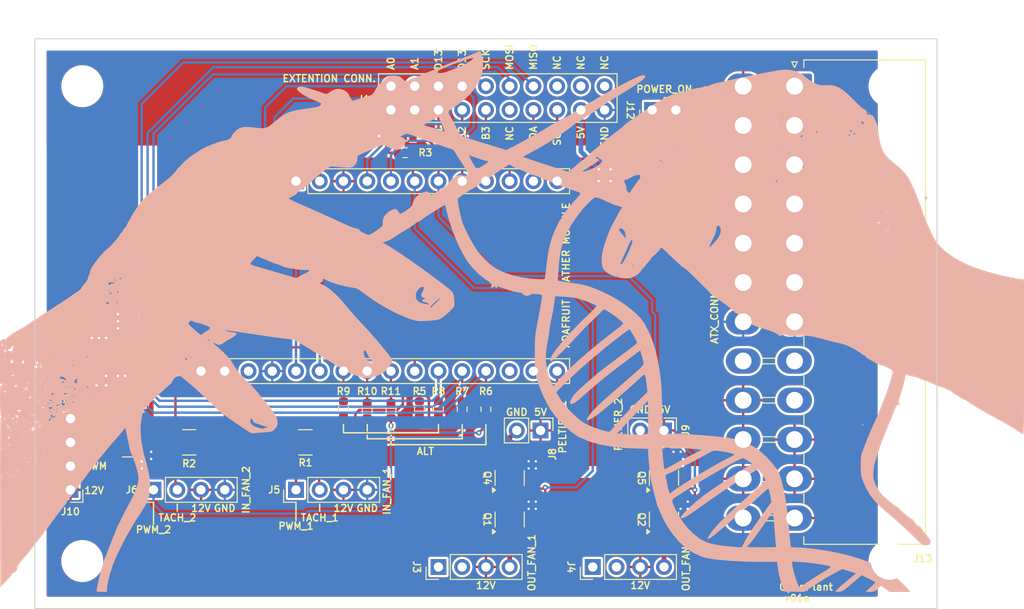
<source format=kicad_pcb>
(kicad_pcb (version 20240108) (generator "pcbnew") (generator_version "8.0")
  (title_block (title "PowerBoard") (date "2024-10-19") (rev "v01a") (company "OpenPlant") (comment 1 "Designed by NN"))
  (layers (0 "F.Cu" signal) (31 "B.Cu" signal) (34 "B.Paste" user) (35 "F.Paste" user) (36 "B.SilkS" user "B.Silkscreen") (37 "F.SilkS" user "F.Silkscreen") (38 "B.Mask" user) (39 "F.Mask" user) (44 "Edge.Cuts" user))
  (net 0 "")
  (net 1 "/TOGGLE_COOL_1")
  (net 2 "/IO13")
  (net 3 "+5V")
  (net 4 "/SCL")
  (net 5 "/BUTTON_2")
  (net 6 "/BUTTON_1")
  (net 8 "/BUTTON_3")
  (net 9 "/TOGGLE_COOL_2")
  (net 10 "/SDA")
  (net 11 "/IO12")
  (net 13 "GND")
  (net 15 "VCC")
  (net 16 "/PWM_FAN_IN_2")
  (net 17 "/MISO")
  (net 18 "/TACH_1")
  (net 19 "/AO")
  (net 20 "Net-(J2-Pin_7)")
  (net 22 "/PWM_FAN_IN_1")
  (net 24 "/PWM_L")
  (net 25 "Net-(J2-Pin_8)")
  (net 26 "/MOSI")
  (net 27 "/TACH_2")
  (net 31 "Net-(J3-Pin_4)")
  (net 32 "+12V")
  (net 34 "Net-(J4-Pin_4)")
  (net 36 "+3V3")
  (net 37 "/SCK")
  (net 38 "Net-(J8-Pin_2)")
  (net 39 "Net-(J9-Pin_2)")
  (net 40 "Net-(J10-Pin_2)")
  (net 41 "Net-(J10-Pin_3)")
  (net 42 "Net-(J10-Pin_4)")
  (net 43 "/PS_ON")
  (net 50 "/A1")
  (net 51 "Net-(J2-Pin_9)")
  (footprint "Resistor_SMD:R_0603_1608Metric" (layer "F.Cu") (at 152.4 62.484 90)
    (property "Reference" "R8")
    (property "Value" "0R")
  )
  (footprint "MountingHole:MountingHole_4mm" (layer "F.Cu") (at 200.66 27.94)
    (property "Reference" "REF**" (hide yes))
    (property "Value" "MountingHole_4mm" (hide yes))
  )
  (footprint "Resistor_SMD:R_1210_3225Metric" (layer "F.Cu") (at 138.176 66.04)
    (property "Reference" "R1")
    (property "Value" "1K")
  )
  (footprint "Package_TO_SOT_SMD:SOT-23-6" (layer "F.Cu") (at 119.38 66.04)
    (property "Reference" "Q6")
    (property "Value" "DMG6402LVT-7")
  )
  (footprint "Package_TO_SOT_SMD:SOT-23-6" (layer "F.Cu") (at 176.53 74.295 90)
    (property "Reference" "Q2")
    (property "Value" "OUT_FAN_2")
  )
  (footprint "MountingHole:MountingHole_4mm" (layer "F.Cu") (at 114.3 27.94)
    (property "Reference" "REF**" (hide yes))
    (property "Value" "MountingHole_4mm" (hide yes))
  )
  (footprint "Connector_PinHeader_2.54mm:PinHeader_1x04_P2.54mm_Vertical" (layer "F.Cu") (at 113.03 71.12 180)
    (property "Reference" "J10")
    (property "Value" "LIGHTS")
  )
  (footprint "Connector_PinSocket_2.54mm:PinSocket_1x16_P2.54mm_Vertical" (layer "F.Cu") (at 127 58.42 90)
    (property "Reference" "J2")
    (property "Value" "Conn_01x16_Socket")
  )
  (footprint "Connector_PinHeader_2.54mm:PinHeader_1x04_P2.54mm_Vertical" (layer "F.Cu") (at 168.91 79.375 90)
    (property "Reference" "J4")
    (property "Value" "OUT_FAN_2")
  )
  (footprint "Resistor_SMD:R_0603_1608Metric" (layer "F.Cu") (at 157.48 62.484 90)
    (property "Reference" "R6")
    (property "Value" "0R")
  )
  (footprint "Resistor_SMD:R_0603_1608Metric" (layer "F.Cu") (at 150.368 62.484 90)
    (property "Reference" "R5")
    (property "Value" "10K")
  )
  (footprint "MountingHole:MountingHole_4mm" (layer "F.Cu") (at 114.3 78.74)
    (property "Reference" "REF**" (hide yes))
    (property "Value" "MountingHole_4mm" (hide yes))
  )
  (footprint "Resistor_SMD:R_0603_1608Metric" (layer "F.Cu") (at 148.844 33.274 180)
    (property "Reference" "R4")
    (property "Value" "10K")
  )
  (footprint "Resistor_SMD:R_0603_1608Metric" (layer "F.Cu") (at 147.32 62.611 90)
    (property "Reference" "R11")
    (property "Value" "0R")
  )
  (footprint "Package_TO_SOT_SMD:SOT-23-6" (layer "F.Cu") (at 119.38 60.96 180)
    (property "Reference" "Q7")
    (property "Value" "DMG6402LVT-7")
  )
  (footprint "Resistor_SMD:R_0603_1608Metric" (layer "F.Cu") (at 148.844 35.052 180)
    (property "Reference" "R3")
    (property "Value" "10K")
  )
  (footprint "Connector_Molex:Molex_Mini-Fit_Jr_5569-24A2_2x12_P4.20mm_Horizontal" (layer "F.Cu") (at 190.5 27.94 -90)
    (property "Reference" "J13")
    (property "Value" "ATX-24")
  )
  (footprint "Connector_PinHeader_2.54mm:PinHeader_1x04_P2.54mm_Vertical" (layer "F.Cu") (at 137.16 71.12 90)
    (property "Reference" "J5")
    (property "Value" "IN_FAN_1")
  )
  (footprint "Package_TO_SOT_SMD:SOT-23-6" (layer "F.Cu") (at 119.38 55.88 180)
    (property "Reference" "Q3")
    (property "Value" "LIGHTS")
  )
  (footprint "Resistor_SMD:R_1210_3225Metric" (layer "F.Cu") (at 125.73 66.04 180)
    (property "Reference" "R2")
    (property "Value" "1K")
  )
  (footprint "Resistor_SMD:R_0603_1608Metric" (layer "F.Cu") (at 144.78 62.611 90)
    (property "Reference" "R10")
    (property "Value" "0R")
  )
  (footprint "Connector_PinHeader_2.54mm:PinHeader_1x02_P2.54mm_Vertical" (layer "F.Cu") (at 176.53 64.77 -90)
    (property "Reference" "J9")
    (property "Value" "PELTIER_2")
  )
  (footprint "Connector_PinSocket_2.54mm:PinSocket_1x12_P2.54mm_Vertical" (layer "F.Cu") (at 137.16 38.1 90)
    (property "Reference" "J1")
    (property "Value" "Conn_01x12_Socket")
  )
  (footprint "Package_TO_SOT_SMD:SOT-23-6" (layer "F.Cu") (at 160.02 74.295 90)
    (property "Reference" "Q1")
    (property "Value" "OUT_FAN_1" (hide yes))
  )
  (footprint "Package_TO_SOT_SMD:SOT-23-6" (layer "F.Cu") (at 160.02 69.85 90)
    (property "Reference" "Q4")
    (property "Value" "PELTIER_1")
  )
  (footprint "Connector_PinHeader_2.54mm:PinHeader_2x10_P2.54mm_Vertical" (layer "F.Cu") (at 147.32 30.48 90)
    (property "Reference" "J11")
    (property "Value" "Conn_02x10_Odd_Even")
  )
  (footprint "Package_TO_SOT_SMD:SOT-23-6" (layer "F.Cu") (at 176.53 69.85 90)
    (property "Reference" "Q5")
    (property "Value" "PELTIER_2")
  )
  (footprint "MountingHole:MountingHole_4mm" (layer "F.Cu") (at 200.66 78.74)
    (property "Reference" "REF**" (hide yes))
    (property "Value" "MountingHole_4mm" (hide yes))
  )
  (footprint "Connector_PinHeader_2.54mm:PinHeader_1x02_P2.54mm_Vertical" (layer "F.Cu") (at 175.26 30.48 90)
    (property "Reference" "J12")
    (property "Value" "Conn_01x02_Pin")
  )
  (footprint "Connector_PinHeader_2.54mm:PinHeader_1x02_P2.54mm_Vertical" (layer "F.Cu") (at 163.322 64.77 -90)
    (property "Reference" "J8")
    (property "Value" "PELTIER_1")
  )
  (footprint "Connector_PinHeader_2.54mm:PinHeader_1x04_P2.54mm_Vertical" (layer "F.Cu") (at 152.4 79.375 90)
    (property "Reference" "J3")
    (property "Value" "OUT_FAN_1")
  )
  (footprint "Resistor_SMD:R_0603_1608Metric" (layer "F.Cu") (at 142.24 62.484 90)
    (property "Reference" "R9")
    (property "Value" "0R")
  )
  (footprint "Resistor_SMD:R_0603_1608Metric" (layer "F.Cu") (at 154.94 62.484 90)
    (property "Reference" "R7")
    (property "Value" "0R")
  )
  (footprint "Connector_PinHeader_2.54mm:PinHeader_1x04_P2.54mm_Vertical" (layer "F.Cu") (at 121.92 71.12 90)
    (property "Reference" "J6")
    (property "Value" "IN_FAN_2")
  )
  (footprint "openplantIncubator_fp:DNA_silk_fp_1" (layer "B.Cu") (at 160.274 49.53 180)
    (property "Reference" "G***")
    (property "Value" "LOGO" (hide yes))
  )
  (gr_line (start 139.7 73.406) (end 139.7 72.644) (stroke (width 0.15)) (layer "F.SilkS"))
  (gr_line (start 147.32 66.294) (end 147.32 65.913) (stroke (width 0.15)) (layer "F.SilkS"))
  (gr_line (start 154.94 64.135) (end 154.94 65.659) (stroke (width 0.15)) (layer "F.SilkS"))
  (gr_line (start 152.4 64.135) (end 152.4 65.024) (stroke (width 0.15)) (layer "F.SilkS"))
  (gr_line (start 142.24 65.024) (end 142.24 64.135) (stroke (width 0.15)) (layer "F.SilkS"))
  (gr_line (start 124.46 73.406) (end 124.46 72.644) (stroke (width 0.15)) (layer "F.SilkS"))
  (gr_line (start 152.4 65.024) (end 142.24 65.024) (stroke (width 0.15)) (layer "F.SilkS"))
  (gr_line (start 144.78 64.8335) (end 144.78 64.135) (stroke (width 0.15)) (layer "F.SilkS"))
  (gr_line (start 157.48 66.294) (end 147.32 66.294) (stroke (width 0.15)) (layer "F.SilkS"))
  (gr_line (start 147.32 65.405) (end 147.32 65.278) (stroke (width 0.15)) (layer "F.SilkS"))
  (gr_line (start 144.78 65.659) (end 144.78 65.278) (stroke (width 0.15)) (layer "F.SilkS"))
  (gr_line (start 121.92 74.803) (end 121.92 72.45) (stroke (width 0.15)) (layer "F.SilkS"))
  (gr_line (start 157.48 64.135) (end 157.48 66.294) (stroke (width 0.15)) (layer "F.SilkS"))
  (gr_line (start 137.16 74.422) (end 137.16 72.45) (stroke (width 0.15)) (layer "F.SilkS"))
  (gr_line (start 147.32 64.77) (end 147.32 64.0715) (stroke (width 0.15)) (layer "F.SilkS"))
  (gr_line (start 154.94 65.659) (end 144.78 65.659) (stroke (width 0.15)) (layer "F.SilkS"))
  (gr_rect (start 109.22 22.86) (end 205.74 83.82) (stroke (width 0.1)) (fill none) (layer "Edge.Cuts"))
  (gr_text "5V" (at 176.53 62.992 0) (layer "F.SilkS") (effects (font (size 0.75 0.75) (thickness 0.15) (bold yes)) (justify bottom)))
  (gr_text "PWM" (at 115.697 68.58 0) (layer "F.SilkS") (effects (font (size 0.75 0.75) (thickness 0.15) (bold yes))))
  (gr_text "MISO" (at 162.56 26.289 90) (layer "F.SilkS") (effects (font (size 0.75 0.75) (thickness 0.15) (bold yes)) (justify left)))
  (gr_text "POWER_ON" (at 173.482 28.702 0) (layer "F.SilkS") (effects (font (size 0.75 0.75) (thickness 0.15) (bold yes)) (justify left bottom)))
  (gr_text "A0" (at 147.32 26.289 90) (layer "F.SilkS") (effects (font (size 0.75 0.75) (thickness 0.15) (bold yes)) (justify left)))
  (gr_text "5V" (at 167.64 32.131 90) (layer "F.SilkS") (effects (font (size 0.75 0.75) (thickness 0.15) (bold yes)) (justify right)))
  (gr_text "D13" (at 154.94 26.289 90) (layer "F.SilkS") (effects (font (size 0.75 0.75) (thickness 0.15) (bold yes)) (justify left)))
  (gr_text "ATX_CONNECTOR" (at 182.372 50.927 90) (layer "F.SilkS") (effects (font (size 0.75 0.75) (thickness 0.15) (bold yes)) (justify bottom)))
  (gr_text "PWM_2" (at 121.92 75.819 0) (layer "F.SilkS") (effects (font (size 0.75 0.75) (thickness 0.15) (bold yes)) (justify bottom)))
  (gr_text "B2" (at 154.94 32.131 90) (layer "F.SilkS") (effects (font (size 0.75 0.75) (thickness 0.15) (bold yes)) (justify right)))
  (gr_text "12V" (at 173.99 81.788 0) (layer "F.SilkS") (effects (font (size 0.75 0.75) (thickness 0.15) (bold yes)) (justify bottom)))
  (gr_text "A1" (at 149.86 26.289 90) (layer "F.SilkS") (effects (font (size 0.75 0.75) (thickness 0.15) (bold yes)) (justify left)))
  (gr_text "5V" (at 163.322 63.246 0) (layer "F.SilkS") (effects (font (size 0.75 0.75) (thickness 0.15) (bold yes)) (justify bottom)))
  (gr_text "IN_FAN_1" (at 147.32 71.247 90) (layer "F.SilkS") (effects (font (size 0.75 0.75) (thickness 0.15) (bold yes)) (justify bottom)))
  (gr_text "PWM_1" (at 137.16 75.438 0) (layer "F.SilkS") (effects (font (size 0.75 0.75) (thickness 0.15) (bold yes)) (justify bottom)))
  (gr_text "PELTIER_1" (at 166.116 67.31 90) (layer "F.SilkS") (effects (font (size 0.75 0.75) (thickness 0.15) (bold yes)) (justify left bottom)))
  (gr_text "IN_FAN_2" (at 131.826 71.12 90) (layer "F.SilkS") (effects (font (size 0.75 0.75) (thickness 0.15) (bold yes))))
  (gr_text "OUT_FAN_2" (at 179.324 82.042 90) (layer "F.SilkS") (effects (font (size 0.75 0.75) (thickness 0.15) (bold yes)) (justify left bottom)))
  (gr_text "GND" (at 129.54 73.533 0) (layer "F.SilkS") (effects (font (size 0.75 0.75) (thickness 0.15) (bold yes)) (justify bottom)))
  (gr_text "ADAFRUIT FEATHER MODULE" (at 166.497 56.007 90) (layer "F.SilkS") (effects (font (size 0.75 0.75) (thickness 0.15) (bold yes)) (justify left bottom)))
  (gr_text "NC" (at 167.64 26.289 90) (layer "F.SilkS") (effects (font (size 0.75 0.75) (thickness 0.15) (bold yes)) (justify left)))
  (gr_text "NC" (at 165.1 26.289 90) (layer "F.SilkS") (effects (font (size 0.75 0.75) (thickness 0.15) (bold yes)) (justify left)))
  (gr_text "${COMPANY}\n${PROJECTNAME} ${REVISION}" (at 188.7728 83.1596 0) (layer "F.SilkS") (effects (font (size 0.75 0.75) (thickness 0.15) (bold yes)) (justify left bottom)))
  (gr_text "PELTIER_2" (at 172.085 67.056 90) (layer "F.SilkS") (effects (font (size 0.75 0.75) (thickness 0.15) (bold yes)) (justify left bottom)))
  (gr_text "12V" (at 115.57 71.628 0) (layer "F.SilkS") (effects (font (size 0.75 0.75) (thickness 0.15) (bold yes)) (justify bottom)))
  (gr_text "SCK" (at 157.48 26.289 90) (layer "F.SilkS") (effects (font (size 0.75 0.75) (thickness 0.15) (bold yes)) (justify left)))
  (gr_text "SDA" (at 162.56 32.131 90) (layer "F.SilkS") (effects (font (size 0.75 0.75) (thickness 0.15) (bold yes)) (justify right)))
  (gr_text "TACH_1" (at 139.7 74.549 0) (layer "F.SilkS") (effects (font (size 0.75 0.75) (thickness 0.15) (bold yes)) (justify bottom)))
  (gr_text "NC" (at 160.02 32.131 90) (layer "F.SilkS") (effects (font (size 0.75 0.75) (thickness 0.15) (bold yes)) (justify right)))
  (gr_text "TACH_2" (at 124.46 74.549 0) (layer "F.SilkS") (effects (font (size 0.75 0.75) (thickness 0.15) (bold yes)) (justify bottom)))
  (gr_text "3V3" (at 146.939 32.258 90) (layer "F.SilkS") (effects (font (size 0.75 0.75) (thickness 0.15) (bold yes)) (justify right)))
  (gr_text "D13" (at 152.4 26.289 90) (layer "F.SilkS") (effects (font (size 0.75 0.75) (thickness 0.15) (bold yes)) (justify left)))
  (gr_text "12V" (at 127 73.533 0) (layer "F.SilkS") (effects (font (size 0.75 0.75) (thickness 0.15) (bold yes)) (justify bottom)))
  (gr_text "12V" (at 157.48 81.788 0) (layer "F.SilkS") (effects (font (size 0.75 0.75) (thickness 0.15) (bold yes)) (justify bottom)))
  (gr_text "GND" (at 160.782 63.246 0) (layer "F.SilkS") (effects (font (size 0.75 0.75) (thickness 0.15) (bold yes)) (justify bottom)))
  (gr_text "GND" (at 144.78 73.533 0) (layer "F.SilkS") (effects (font (size 0.75 0.75) (thickness 0.15) (bold yes)) (justify bottom)))
  (gr_text "OUT_FAN_1" (at 162.814 82.042 90) (layer "F.SilkS") (effects (font (size 0.75 0.75) (thickness 0.15) (bold yes)) (justify left bottom)))
  (gr_text "12V" (at 142.24 73.533 0) (layer "F.SilkS") (effects (font (size 0.75 0.75) (thickness 0.15) (bold yes)) (justify bottom)))
  (gr_text "MOSI" (at 160.02 26.289 90) (layer "F.SilkS") (effects (font (size 0.75 0.75) (thickness 0.15) (bold yes)) (justify left)))
  (gr_text "NC" (at 170.18 26.289 90) (layer "F.SilkS") (effects (font (size 0.75 0.75) (thickness 0.15) (bold yes)) (justify left)))
  (gr_text "EXTENTION CONN." (at 140.716 27.559 0) (layer "F.SilkS") (effects (font (size 0.75 0.75) (thickness 0.15) (bold yes)) (justify bottom)))
  (gr_text "B3" (at 157.48 32.131 90) (layer "F.SilkS") (effects (font (size 0.75 0.75) (thickness 0.15) (bold yes)) (justify right)))
  (gr_text "B1" (at 152.4 32.131 90) (layer "F.SilkS") (effects (font (size 0.75 0.75) (thickness 0.15) (bold yes)) (justify right)))
  (gr_text "ALT" (at 151.003 67.437 0) (layer "F.SilkS") (effects (font (size 0.75 0.75) (thickness 0.15) (bold yes)) (justify bottom)))
  (gr_text "LIGHTS" (at 111.125 61.849 0) (layer "F.SilkS") (effects (font (size 0.75 0.75) (thickness 0.15) (bold yes)) (justify left bottom)))
  (gr_text "GND" (at 173.99 62.992 0) (layer "F.SilkS") (effects (font (size 0.75 0.75) (thickness 0.15) (bold yes)) (justify bottom)))
  (gr_text "SCL" (at 165.1 32.131 90) (layer "F.SilkS") (effects (font (size 0.75 0.75) (thickness 0.15) (bold yes)) (justify right)))
  (gr_text "GND" (at 170.18 32.131 90) (layer "F.SilkS") (effects (font (size 0.75 0.75) (thickness 0.15) (bold yes)) (justify right)))
  (segment (start 163.83 70.9875) (end 160.97 70.9875) (width 0.254) (layer "F.Cu") (net 1))
  (segment (start 163.83 70.866) (end 163.83 70.9875) (width 0.254) (layer "F.Cu") (net 1))
  (segment (start 163.576 75.438) (end 163.068 75.438) (width 0.254) (layer "F.Cu") (net 1))
  (segment (start 163.83 70.866) (end 163.83 75.184) (width 0.254) (layer "F.Cu") (net 1))
  (segment (start 163.068 75.438) (end 163.0625 75.4325) (width 0.254) (layer "F.Cu") (net 1))
  (segment (start 163.0625 75.4325) (end 160.97 75.4325) (width 0.254) (layer "F.Cu") (net 1))
  (segment (start 163.83 75.184) (end 163.576 75.438) (width 0.254) (layer "F.Cu") (net 1))
  (segment (start 149.669 37.909) (end 149.86 38.1) (width 0.254) (layer "F.Cu") (net 1))
  (segment (start 149.669 35.052) (end 149.669 37.909) (width 0.254) (layer "F.Cu") (net 1))
  (via (at 163.83 70.866) (size 0.5588) (drill 0.254) (layers "F.Cu" "B.Cu") (net 1))
  (segment (start 166.37 49.53) (end 168.91 52.07) (width 0.254) (layer "B.Cu") (net 1))
  (segment (start 149.86 43.18) (end 156.21 49.53) (width 0.254) (layer "B.Cu") (net 1))
  (segment (start 156.21 49.53) (end 166.37 49.53) (width 0.254) (layer "B.Cu") (net 1))
  (segment (start 168.91 69.088) (end 167.132 70.866) (width 0.254) (layer "B.Cu") (net 1))
  (segment (start 149.86 38.1) (end 149.86 43.18) (width 0.254) (layer "B.Cu") (net 1))
  (segment (start 168.91 52.07) (end 168.91 69.088) (width 0.254) (layer "B.Cu") (net 1))
  (segment (start 167.132 70.866) (end 163.83 70.866) (width 0.254) (layer "B.Cu") (net 1))
  (segment (start 153.631 32.043) (end 153.631 29.171) (width 0.254) (layer "B.Cu") (net 2))
  (segment (start 153.631 29.171) (end 152.4 27.94) (width 0.254) (layer "B.Cu") (net 2))
  (segment (start 153.162 32.512) (end 153.631 32.043) (width 0.254) (layer "B.Cu") (net 2))
  (segment (start 148.082 32.512) (end 153.162 32.512) (width 0.254) (layer "B.Cu") (net 2))
  (segment (start 144.78 38.1) (end 144.78 35.814) (width 0.254) (layer "B.Cu") (net 2))
  (segment (start 144.78 35.814) (end 148.082 32.512) (width 0.254) (layer "B.Cu") (net 2))
  (via (at 170.815 36.83) (size 0.5588) (drill 0.254) (layers "F.Cu" "B.Cu") (net 3))
  (via (at 170.815 38.1) (size 0.5588) (drill 0.254) (layers "F.Cu" "B.Cu") (net 3))
  (via (at 169.545 36.83) (size 0.5588) (drill 0.254) (layers "F.Cu" "B.Cu") (net 3))
  (via (at 169.545 38.1) (size 0.5588) (drill 0.254) (layers "F.Cu" "B.Cu") (net 3))
  (segment (start 169.545 36.83) (end 169.545 38.1) (width 0.508) (layer "B.Cu") (net 3))
  (segment (start 167.64 34.925) (end 169.545 36.83) (width 0.508) (layer "B.Cu") (net 3))
  (segment (start 169.545 36.83) (end 170.815 36.83) (width 0.508) (layer "B.Cu") (net 3))
  (segment (start 167.64 30.48) (end 167.64 34.925) (width 0.508) (layer "B.Cu") (net 3))
  (segment (start 170.815 36.83) (end 170.815 38.1) (width 0.508) (layer "B.Cu") (net 3))
  (segment (start 165.1 30.48) (end 165.1 38.1) (width 0.254) (layer "F.Cu") (net 4))
  (segment (start 157.48 35.56) (end 157.48 38.1) (width 0.254) (layer "F.Cu") (net 5))
  (segment (start 154.94 30.48) (end 154.94 33.02) (width 0.254) (layer "F.Cu") (net 5))
  (segment (start 154.94 33.02) (end 157.48 35.56) (width 0.254) (layer "F.Cu") (net 5))
  (segment (start 154.94 35.56) (end 154.94 38.1) (width 0.254) (layer "F.Cu") (net 6))
  (segment (start 152.4 30.48) (end 152.4 33.02) (width 0.254) (layer "F.Cu") (net 6))
  (segment (start 152.4 33.02) (end 154.94 35.56) (width 0.254) (layer "F.Cu") (net 6))
  (segment (start 160.02 35.56) (end 160.02 38.1) (width 0.254) (layer "F.Cu") (net 8))
  (segment (start 157.48 33.02) (end 160.02 35.56) (width 0.254) (layer "F.Cu") (net 8))
  (segment (start 157.48 30.48) (end 157.48 33.02) (width 0.254) (layer "F.Cu") (net 8))
  (segment (start 150.876 33.274) (end 152.4 34.798) (width 0.254) (layer "F.Cu") (net 9))
  (segment (start 177.48 70.9875) (end 179.6995 70.9875) (width 0.254) (layer "F.Cu") (net 9))
  (segment (start 149.669 33.274) (end 150.876 33.274) (width 0.254) (layer "F.Cu") (net 9))
  (segment (start 179.832 71.12) (end 179.832 74.676) (width 0.254) (layer "F.Cu") (net 9))
  (segment (start 179.0755 75.4325) (end 177.48 75.4325) (width 0.254) (layer "F.Cu") (net 9))
  (segment (start 179.832 74.676) (end 179.0755 75.4325) (width 0.254) (layer "F.Cu") (net 9))
  (segment (start 152.4 34.798) (end 152.4 38.1) (width 0.254) (layer "F.Cu") (net 9))
  (segment (start 179.6995 70.9875) (end 179.832 71.12) (width 0.254) (layer "F.Cu") (net 9))
  (via (at 179.832 71.12) (size 0.5588) (drill 0.254) (layers "F.Cu" "B.Cu") (net 9))
  (segment (start 175.58 52.39) (end 175.58 61.214) (width 0.254) (layer "B.Cu") (net 9))
  (segment (start 175.299 66.079) (end 175.514 66.294) (width 0.254) (layer "B.Cu") (net 9))
  (segment (start 179.832 67.646053) (end 179.832 70.866) (width 0.254) (layer "B.Cu") (net 9))
  (segment (start 179.832 70.866) (end 179.832 71.12) (width 0.254) (layer "B.Cu") (net 9))
  (segment (start 175.514 66.294) (end 178.479947 66.294) (width 0.254) (layer "B.Cu") (net 9))
  (segment (start 178.479947 66.294) (end 179.832 67.646053) (width 0.254) (layer "B.Cu") (net 9))
  (segment (start 175.58 61.214) (end 175.299 61.495) (width 0.254) (layer "B.Cu") (net 9))
  (segment (start 172.72 48.26) (end 175.26 50.8) (width 0.254) (layer "B.Cu") (net 9))
  (segment (start 175.26 50.8) (end 175.26 52.07) (width 0.254) (layer "B.Cu") (net 9))
  (segment (start 175.299 61.495) (end 175.299 66.079) (width 0.254) (layer "B.Cu") (net 9))
  (segment (start 175.26 52.07) (end 175.58 52.39) (width 0.254) (layer "B.Cu") (net 9))
  (segment (start 152.4 38.1) (end 152.4 41.91) (width 0.254) (layer "B.Cu") (net 9))
  (segment (start 152.4 41.91) (end 158.75 48.26) (width 0.254) (layer "B.Cu") (net 9))
  (segment (start 158.75 48.26) (end 172.72 48.26) (width 0.254) (layer "B.Cu") (net 9))
  (segment (start 162.56 30.48) (end 162.56 38.1) (width 0.254) (layer "F.Cu") (net 10))
  (segment (start 156.171 29.171) (end 154.94 27.94) (width 0.254) (layer "B.Cu") (net 11))
  (segment (start 147.32 38.1) (end 147.32 35.306) (width 0.254) (layer "B.Cu") (net 11))
  (segment (start 156.171 32.297) (end 156.171 29.171) (width 0.254) (layer "B.Cu") (net 11))
  (segment (start 148.844 33.782) (end 154.686 33.782) (width 0.254) (layer "B.Cu") (net 11))
  (segment (start 147.32 35.306) (end 148.844 33.782) (width 0.254) (layer "B.Cu") (net 11))
  (segment (start 154.686 33.782) (end 156.171 32.297) (width 0.254) (layer "B.Cu") (net 11))
  (segment (start 118.11 53.086) (end 118.11 53.848) (width 0.254) (layer "F.Cu") (net 13))
  (segment (start 178.308 73.152) (end 179.07 73.152) (width 0.254) (layer "F.Cu") (net 13))
  (segment (start 118.11 52.324) (end 118.11 53.086) (width 0.254) (layer "F.Cu") (net 13))
  (segment (start 160.97 68.7125) (end 161.9305 68.7125) (width 0.254) (layer "F.Cu") (net 13))
  (segment (start 150.368 61.659) (end 150.368 60.8584) (width 0.254) (layer "F.Cu") (net 13))
  (segment (start 162.052 73.152) (end 162.052 72.39) (width 0.254) (layer "F.Cu") (net 13))
  (segment (start 162.052 68.834) (end 162.052 68.072) (width 0.254) (layer "F.Cu") (net 13))
  (segment (start 160.97 73.1575) (end 162.0465 73.1575) (width 0.254) (layer "F.Cu") (net 13))
  (segment (start 121.666 67.056) (end 121.666 67.818) (width 0.254) (layer "F.Cu") (net 13))
  (segment (start 120.65 68.072) (end 120.65 68.834) (width 0.254) (layer "F.Cu") (net 13))
  (segment (start 118.2425 54.93) (end 116.906 54.93) (width 0.254) (layer "F.Cu") (net 13))
  (segment (start 177.48 67.122) (end 177.546 67.056) (width 0.254) (layer "F.Cu") (net 13))
  (segment (start 118.872 58.928) (end 118.11 58.928) (width 0.254) (layer "F.Cu") (net 13))
  (segment (start 162.814 68.072) (end 162.814 68.834) (width 0.254) (layer "F.Cu") (net 13))
  (segment (start 146.812 33.274) (end 146.05 33.274) (width 0.254) (layer "F.Cu") (net 13))
  (segment (start 118.11 59.8775) (end 118.2425 60.01) (width 0.254) (layer "F.Cu") (net 13))
  (segment (start 148.019 35.052) (end 147.066 35.052) (width 0.254) (layer "F.Cu") (net 13))
  (segment (start 121.6 66.99) (end 121.666 67.056) (width 0.254) (layer "F.Cu") (net 13))
  (segment (start 118.1765 59.944) (end 118.2425 60.01) (width 0.254) (layer "F.Cu") (net 13))
  (segment (start 177.48 68.7125) (end 178.4295 68.7125) (width 0.254) (layer "F.Cu") (net 13))
  (segment (start 162.0465 73.1575) (end 162.052 73.152) (width 0.254) (layer "F.Cu") (net 13))
  (segment (start 116.84 58.928) (end 118.11 58.928) (width 0.254) (layer "F.Cu") (net 13))
  (segment (start 146.812 34.798) (end 146.812 33.274) (width 0.254) (layer "F.Cu") (net 13))
  (segment (start 116.078 54.864) (end 115.316 54.864) (width 0.254) (layer "F.Cu") (net 13))
  (segment (start 120.5175 66.99) (end 120.5175 67.9395) (width 0.254) (layer "F.Cu") (net 13))
  (segment (start 118.11 53.848) (end 118.11 54.7975) (width 0.254) (layer "F.Cu") (net 13))
  (segment (start 179.07 73.152) (end 179.07 72.39) (width 0.254) (layer "F.Cu") (net 13))
  (segment (start 178.562 68.58) (end 178.562 67.818) (width 0.254) (layer "F.Cu") (net 13))
  (segment (start 177.546 67.056) (end 178.308 67.056) (width 0.254) (layer "F.Cu") (net 13))
  (segment (start 162.052 73.152) (end 162.814 73.152) (width 0.254) (layer "F.Cu") (net 13))
  (segment (start 120.5175 67.9395) (end 120.65 68.072) (width 0.254) (layer "F.Cu") (net 13))
  (segment (start 116.84 54.864) (end 116.078 54.864) (width 0.254) (layer "F.Cu") (net 13))
  (segment (start 162.814 73.152) (end 162.814 72.39) (width 0.254) (layer "F.Cu") (net 13))
  (segment (start 147.066 35.052) (end 146.812 34.798) (width 0.254) (layer "F.Cu") (net 13))
  (segment (start 116.84 59.944) (end 115.824 59.944) (width 0.254) (layer "F.Cu") (net 13))
  (segment (start 118.11 58.928) (end 118.11 59.8775) (width 0.254) (layer "F.Cu") (net 13))
  (segment (start 161.9305 68.7125) (end 162.052 68.834) (width 0.254) (layer "F.Cu") (net 13))
  (segment (start 148.019 33.274) (end 146.812 33.274) (width 0.254) (layer "F.Cu") (net 13))
  (segment (start 178.3025 73.1575) (end 178.308 73.152) (width 0.254) (layer "F.Cu") (net 13))
  (segment (start 120.5175 66.99) (end 121.6 66.99) (width 0.254) (layer "F.Cu") (net 13))
  (segment (start 116.84 59.944) (end 118.1765 59.944) (width 0.254) (layer "F.Cu") (net 13))
  (segment (start 118.11 54.7975) (end 118.2425 54.93) (width 0.254) (layer "F.Cu") (net 13))
  (segment (start 177.48 73.1575) (end 178.3025 73.1575) (width 0.254) (layer "F.Cu") (net 13))
  (segment (start 116.906 54.93) (end 116.84 54.864) (width 0.254) (layer "F.Cu") (net 13))
  (segment (start 178.4295 68.7125) (end 178.562 68.58) (width 0.254) (layer "F.Cu") (net 13))
  (segment (start 162.052 68.834) (end 162.814 68.834) (width 0.254) (layer "F.Cu") (net 13))
  (segment (start 177.48 68.7125) (end 177.48 67.122) (width 0.254) (layer "F.Cu") (net 13))
  (via (at 118.872 58.928) (size 0.5588) (drill 0.254) (layers "F.Cu" "B.Cu") (net 13))
  (via (at 178.308 73.152) (size 0.5588) (drill 0.254) (layers "F.Cu" "B.Cu") (net 13))
  (via (at 146.05 33.274) (size 0.5588) (drill 0.254) (layers "F.Cu" "B.Cu") (net 13))
  (via (at 162.052 68.072) (size 0.5588) (drill 0.254) (layers "F.Cu" "B.Cu") (net 13))
  (via (at 115.316 54.864) (size 0.5588) (drill 0.254) (layers "F.Cu" "B.Cu") (net 13))
  (via (at 115.824 59.944) (size 0.5588) (drill 0.254) (layers "F.Cu" "B.Cu") (net 13))
  (via (at 121.666 67.818) (size 0.5588) (drill 0.254) (layers "F.Cu" "B.Cu") (net 13))
  (via (at 121.666 67.056) (size 0.5588) (drill 0.254) (layers "F.Cu" "B.Cu") (net 13))
  (via (at 116.078 54.864) (size 0.5588) (drill 0.254) (layers "F.Cu" "B.Cu") (net 13))
  (via (at 178.308 67.056) (size 0.5588) (drill 0.254) (layers "F.Cu" "B.Cu") (net 13))
  (via (at 162.052 68.834) (size 0.5588) (drill 0.254) (layers "F.Cu" "B.Cu") (net 13))
  (via (at 162.814 68.834) (size 0.5588) (drill 0.254) (layers "F.Cu" "B.Cu") (net 13))
  (via (at 150.368 60.8584) (size 0.5588) (drill 0.254) (layers "F.Cu" "B.Cu") (net 13))
  (via (at 116.84 54.864) (size 0.5588) (drill 0.254) (layers "F.Cu" "B.Cu") (net 13))
  (via (at 162.052 73.152) (size 0.5588) (drill 0.254) (layers "F.Cu" "B.Cu") (net 13))
  (via (at 178.562 68.58) (size 0.5588) (drill 0.254) (layers "F.Cu" "B.Cu") (net 13))
  (via (at 162.814 68.072) (size 0.5588) (drill 0.254) (layers "F.Cu" "B.Cu") (net 13))
  (via (at 116.84 59.944) (size 0.5588) (drill 0.254) (layers "F.Cu" "B.Cu") (net 13))
  (via (at 162.052 72.39) (size 0.5588) (drill 0.254) (layers "F.Cu" "B.Cu") (net 13))
  (via (at 118.11 52.324) (size 0.5588) (drill 0.254) (layers "F.Cu" "B.Cu") (net 13))
  (via (at 118.11 58.928) (size 0.5588) (drill 0.254) (layers "F.Cu" "B.Cu") (net 13))
  (via (at 179.07 73.152) (size 0.5588) (drill 0.254) (layers "F.Cu" "B.Cu") (net 13))
  (via (at 162.814 73.152) (size 0.5588) (drill 0.254) (layers "F.Cu" "B.Cu") (net 13))
  (via (at 177.546 67.056) (size 0.5588) (drill 0.254) (layers "F.Cu" "B.Cu") (net 13))
  (via (at 179.07 72.39) (size 0.5588) (drill 0.254) (layers "F.Cu" "B.Cu") (net 13))
  (via (at 116.84 58.928) (size 0.5588) (drill 0.254) (layers "F.Cu" "B.Cu") (net 13))
  (via (at 118.11 53.086) (size 0.5588) (drill 0.254) (layers "F.Cu" "B.Cu") (net 13))
  (via (at 118.11 53.848) (size 0.5588) (drill 0.254) (layers "F.Cu" "B.Cu") (net 13))
  (via (at 178.562 67.818) (size 0.5588) (drill 0.254) (layers "F.Cu" "B.Cu") (net 13))
  (via (at 120.65 68.072) (size 0.5588) (drill 0.254) (layers "F.Cu" "B.Cu") (net 13))
  (via (at 162.814 72.39) (size 0.5588) (drill 0.254) (layers "F.Cu" "B.Cu") (net 13))
  (via (at 120.65 68.834) (size 0.5588) (drill 0.254) (layers "F.Cu" "B.Cu") (net 13))
  (segment (start 136.7135 66.04) (end 130.048 66.04) (width 0.254) (layer "F.Cu") (net 15))
  (segment (start 127.1925 66.04) (end 129.032 66.04) (width 0.254) (layer "F.Cu") (net 15))
  (segment (start 129.54 65.532) (end 129.54 58.42) (width 0.254) (layer "F.Cu") (net 15))
  (segment (start 129.032 66.04) (end 129.54 65.532) (width 0.254) (layer "F.Cu") (net 15))
  (segment (start 130.048 66.04) (end 129.54 65.532) (width 0.254) (layer "F.Cu") (net 15))
  (segment (start 157.48 64.262) (end 156.718 65.024) (width 0.254) (layer "F.Cu") (net 16))
  (segment (start 157.48 64.262) (end 157.48 63.309) (width 0.254) (layer "F.Cu") (net 16))
  (segment (start 147.32 64.262) (end 147.32 63.436) (width 0.254) (layer "F.Cu") (net 16))
  (via (at 147.32 64.262) (size 0.5588) (drill 0.254) (layers "F.Cu" "B.Cu") (net 16))
  (via (at 156.718 65.024) (size 0.5588) (drill 0.254) (layers "F.Cu" "B.Cu") (net 16))
  (segment (start 147.574 65.024) (end 147.32 65.024) (width 0.254) (layer "B.Cu") (net 16))
  (segment (start 156.718 65.024) (end 147.574 65.024) (width 0.254) (layer "B.Cu") (net 16))
  (segment (start 121.92 72.644) (end 122.936 73.66) (width 0.254) (layer "B.Cu") (net 16))
  (segment (start 147.32 72.39) (end 147.32 65.278) (width 0.254) (layer "B.Cu") (net 16))
  (segment (start 147.32 65.024) (end 147.32 64.77) (width 0.254) (layer "B.Cu") (net 16))
  (segment (start 147.32 65.278) (end 147.32 65.024) (width 0.254) (layer "B.Cu") (net 16))
  (segment (start 138.176 73.66) (end 138.43 73.406) (width 0.254) (layer "B.Cu") (net 16))
  (segment (start 146.304 73.406) (end 147.32 72.39) (width 0.254) (layer "B.Cu") (net 16))
  (segment (start 147.32 64.77) (end 147.32 64.516) (width 0.254) (layer "B.Cu") (net 16))
  (segment (start 121.92 71.12) (end 121.92 72.644) (width 0.254) (layer "B.Cu") (net 16))
  (segment (start 147.32 64.77) (end 147.574 65.024) (width 0.254) (layer "B.Cu") (net 16))
  (segment (start 147.32 64.516) (end 147.32 64.262) (width 0.254) (layer "B.Cu") (net 16))
  (segment (start 147.574 65.024) (end 147.32 65.278) (width 0.254) (layer "B.Cu") (net 16))
  (segment (start 122.936 73.66) (end 138.176 73.66) (width 0.254) (layer "B.Cu") (net 16))
  (segment (start 138.43 73.406) (end 146.304 73.406) (width 0.254) (layer "B.Cu") (net 16))
  (segment (start 157.48 61.659) (end 157.48 58.42) (width 0.254) (layer "F.Cu") (net 17))
  (segment (start 125.095 25.4) (end 160.02 25.4) (width 0.254) (layer "B.Cu") (net 17))
  (segment (start 120.65 29.845) (end 125.095 25.4) (width 0.254) (layer "B.Cu") (net 17))
  (segment (start 121.92 62.865) (end 120.65 61.595) (width 0.254) (layer "B.Cu") (net 17))
  (segment (start 153.035 62.865) (end 121.92 62.865) (width 0.254) (layer "B.Cu") (net 17))
  (segment (start 120.65 61.595) (end 120.65 29.845) (width 0.254) (layer "B.Cu") (net 17))
  (segment (start 157.48 58.42) (end 153.035 62.865) (width 0.254) (layer "B.Cu") (net 17))
  (segment (start 160.02 25.4) (end 162.56 27.94) (width 0.254) (layer "B.Cu") (net 17))
  (segment (start 139.6385 71.0585) (end 139.7 71.12) (width 0.254) (layer "F.Cu") (net 18))
  (segment (start 164.084 62.992) (end 165.1 61.976) (width 0.254) (layer "F.Cu") (net 18))
  (segment (start 157.607 66.04) (end 159.004 64.643) (width 0.254) (layer "F.Cu") (net 18))
  (segment (start 139.6385 66.04) (end 139.6385 71.0585) (width 0.254) (layer "F.Cu") (net 18))
  (segment (start 159.004 63.373) (end 159.385 62.992) (width 0.254) (layer "F.Cu") (net 18))
  (segment (start 165.1 61.976) (end 165.1 58.42) (width 0.254) (layer "F.Cu") (net 18))
  (segment (start 159.004 64.643) (end 159.004 63.373) (width 0.254) (layer "F.Cu") (net 18))
  (segment (start 159.385 62.992) (end 164.084 62.992) (width 0.254) (layer "F.Cu") (net 18))
  (segment (start 139.6385 66.04) (end 157.607 66.04) (width 0.254) (layer "F.Cu") (net 18))
  (segment (start 133.858 42.926) (end 133.858 30.226) (width 0.254) (layer "B.Cu") (net 19))
  (segment (start 133.858 30.226) (end 136.144 27.94) (width 0.254) (layer "B.Cu") (net 19))
  (segment (start 136.144 27.94) (end 147.32 27.94) (width 0.254) (layer "B.Cu") (net 19))
  (segment (start 137.16 46.228) (end 133.858 42.926) (width 0.254) (layer "B.Cu") (net 19))
  (segment (start 137.16 58.42) (end 137.16 46.228) (width 0.254) (layer "B.Cu") (net 19))
  (segment (start 142.24 61.659) (end 142.24 58.42) (width 0.254) (layer "F.Cu") (net 20))
  (segment (start 140.462 63.754) (end 141.732 65.024) (width 0.254) (layer "F.Cu") (net 22))
  (segment (start 138.176 64.77) (end 139.192 63.754) (width 0.254) (layer "F.Cu") (net 22))
  (segment (start 138.176 68.326) (end 138.176 64.77) (width 0.254) (layer "F.Cu") (net 22))
  (segment (start 137.16 69.342) (end 138.176 68.326) (width 0.254) (layer "F.Cu") (net 22))
  (segment (start 154.432 65.278) (end 154.94 64.77) (width 0.254) (layer "F.Cu") (net 22))
  (segment (start 144.78 65.024) (end 145.034 65.278) (width 0.254) (layer "F.Cu") (net 22))
  (segment (start 145.034 65.278) (end 154.432 65.278) (width 0.254) (layer "F.Cu") (net 22))
  (segment (start 139.192 63.754) (end 140.462 63.754) (width 0.254) (layer "F.Cu") (net 22))
  (segment (start 144.78 63.436) (end 144.78 65.024) (width 0.254) (layer "F.Cu") (net 22))
  (segment (start 137.16 71.12) (end 137.16 69.342) (width 0.254) (layer "F.Cu") (net 22))
  (segment (start 154.94 64.77) (end 154.94 63.309) (width 0.254) (layer "F.Cu") (net 22))
  (segment (start 141.732 65.024) (end 144.78 65.024) (width 0.254) (layer "F.Cu") (net 22))
  (segment (start 143.51 64.008) (end 143.256 64.262) (width 0.254) (layer "F.Cu") (net 24))
  (segment (start 150.876 54.864) (end 151.091 55.079) (width 0.254) (layer "F.Cu") (net 24))
  (segment (start 150.622 64.262) (end 150.368 64.008) (width 0.254) (layer "F.Cu") (net 24))
  (segment (start 149.352 60.198) (end 148.59 60.96) (width 0.254) (layer "F.Cu") (net 24))
  (segment (start 152.4 63.309) (end 152.4 64.008) (width 0.254) (layer "F.Cu") (net 24))
  (segment (start 150.876 54.864) (end 150.114 54.102) (width 0.254) (layer "F.Cu") (net 24))
  (segment (start 151.091 60.198) (end 149.352 60.198) (width 0.254) (layer "F.Cu") (net 24))
  (segment (start 122.174 54.93) (end 120.5175 54.93) (width 0.254) (layer "F.Cu") (net 24))
  (segment (start 151.091 55.079) (end 151.091 60.198) (width 0.254) (layer "F.Cu") (net 24))
  (segment (start 143.256 64.262) (end 142.494 64.262) (width 0.254) (layer "F.Cu") (net 24))
  (segment (start 150.114 54.102) (end 123.002 54.102) (width 0.254) (layer "F.Cu") (net 24))
  (segment (start 142.24 64.008) (end 142.24 63.309) (width 0.254) (layer "F.Cu") (net 24))
  (segment (start 150.368 64.008) (end 150.368 63.309) (width 0.254) (layer "F.Cu") (net 24))
  (segment (start 143.51 62.992) (end 143.51 64.008) (width 0.254) (layer "F.Cu") (net 24))
  (segment (start 142.494 64.262) (end 142.24 64.008) (width 0.254) (layer "F.Cu") (net 24))
  (segment (start 147.999 62.567) (end 143.935 62.567) (width 0.254) (layer "F.Cu") (net 24))
  (segment (start 151.384 61.3728) (end 151.384 64.262) (width 0.254) (layer "F.Cu") (net 24))
  (segment (start 123.002 54.102) (end 122.174 54.93) (width 0.254) (layer "F.Cu") (net 24))
  (segment (start 151.091 60.198) (end 151.091 61.0798) (width 0.254) (layer "F.Cu") (net 24))
  (segment (start 143.935 62.567) (end 143.51 62.992) (width 0.254) (layer "F.Cu") (net 24))
  (segment (start 148.59 61.976) (end 147.999 62.567) (width 0.254) (layer "F.Cu") (net 24))
  (segment (start 151.091 61.0798) (end 151.384 61.3728) (width 0.254) (layer "F.Cu") (net 24))
  (segment (start 148.59 60.96) (end 148.59 61.976) (width 0.254) (layer "F.Cu") (net 24))
  (segment (start 152.146 64.262) (end 150.622 64.262) (width 0.254) (layer "F.Cu") (net 24))
  (segment (start 152.4 64.008) (end 152.146 64.262) (width 0.254) (layer "F.Cu") (net 24))
  (segment (start 144.78 61.786) (end 144.78 58.42) (width 0.254) (layer "F.Cu") (net 25))
  (segment (start 154.94 61.659) (end 154.94 58.42) (width 0.254) (layer "F.Cu") (net 26))
  (segment (start 122.47158 62.23) (end 121.285 61.04342) (width 0.254) (layer "B.Cu") (net 26))
  (segment (start 154.94 58.42) (end 154.94 59.13842) (width 0.254) (layer "B.Cu") (net 26))
  (segment (start 151.84842 62.23) (end 122.47158 62.23) (width 0.254) (layer "B.Cu") (net 26))
  (segment (start 158.75 25.908) (end 160.02 27.178) (width 0.254) (layer "B.Cu") (net 26))
  (segment (start 121.285 32.93658) (end 128.31358 25.908) (width 0.254) (layer "B.Cu") (net 26))
  (segment (start 160.02 27.178) (end 160.02 27.94) (width 0.254) (layer "B.Cu") (net 26))
  (segment (start 121.285 61.04342) (end 121.285 32.93658) (width 0.254) (layer "B.Cu") (net 26))
  (segment (start 128.31358 25.908) (end 158.75 25.908) (width 0.254) (layer "B.Cu") (net 26))
  (segment (start 154.94 59.13842) (end 151.84842 62.23) (width 0.254) (layer "B.Cu") (net 26))
  (segment (start 124.2675 66.04) (end 124.2675 57.0885) (width 0.254) (layer "F.Cu") (net 27))
  (segment (start 149.86 56.642) (end 149.86 58.42) (width 0.254) (layer "F.Cu") (net 27))
  (segment (start 124.2675 70.9275) (end 124.46 71.12) (width 0.254) (layer "F.Cu") (net 27))
  (segment (start 124.2675 57.0885) (end 125.476 55.88) (width 0.254) (layer "F.Cu") (net 27))
  (segment (start 124.2675 66.04) (end 124.2675 70.9275) (width 0.254) (layer "F.Cu") (net 27))
  (segment (start 149.098 55.88) (end 149.86 56.642) (width 0.254) (layer "F.Cu") (net 27))
  (segment (start 125.476 55.88) (end 149.098 55.88) (width 0.254) (layer "F.Cu") (net 27))
  (segment (start 159.07 75.4325) (end 159.07 76.774) (width 0.508) (layer "F.Cu") (net 31))
  (segment (start 160.02 77.216) (end 160.02 79.375) (width 0.508) (layer "F.Cu") (net 31))
  (segment (start 160.02 73.1575) (end 160.02 75.4325) (width 0.508) (layer "F.Cu") (net 31))
  (segment (start 159.07 76.774) (end 159.512 77.216) (width 0.508) (layer "F.Cu") (net 31))
  (segment (start 159.07 73.1575) (end 159.07 75.4325) (width 0.508) (layer "F.Cu") (net 31))
  (segment (start 160.02 75.4325) (end 160.02 77.216) (width 0.508) (layer "F.Cu") (net 31))
  (segment (start 159.512 77.216) (end 160.02 77.216) (width 0.508) (layer "F.Cu") (net 31))
  (segment (start 176.53 79.375) (end 176.53 77.216) (width 0.508) (layer "F.Cu") (net 34))
  (segment (start 175.58 73.1575) (end 175.58 75.4325) (width 0.508) (layer "F.Cu") (net 34))
  (segment (start 175.768 77.216) (end 175.514 76.962) (width 0.508) (layer "F.Cu") (net 34))
  (segment (start 176.53 73.1575) (end 176.53 75.4325) (width 0.508) (layer "F.Cu") (net 34))
  (segment (start 176.53 77.216) (end 176.53 75.4325) (width 0.508) (layer "F.Cu") (net 34))
  (segment (start 176.53 77.216) (end 175.768 77.216) (width 0.508) (layer "F.Cu") (net 34))
  (segment (start 175.514 75.4985) (end 175.58 75.4325) (width 0.508) (layer "F.Cu") (net 34))
  (segment (start 175.514 76.962) (end 175.514 75.4985) (width 0.508) (layer "F.Cu") (net 34))
  (segment (start 191.717004 59.071) (end 189.282996 59.071) (width 0.254) (layer "F.Cu") (net 36))
  (segment (start 189.282996 59.071) (end 188.269 58.057004) (width 0.254) (layer "F.Cu") (net 36))
  (segment (start 193.802 61.155996) (end 191.717004 59.071) (width 0.254) (layer "F.Cu") (net 36))
  (segment (start 189.282996 51.409) (end 190.979004 51.409) (width 0.254) (layer "F.Cu") (net 36))
  (segment (start 193.068 74.14) (end 193.802 73.406) (width 0.254) (layer "F.Cu") (net 36))
  (segment (start 188.269 52.422996) (end 189.282996 51.409) (width 0.254) (layer "F.Cu") (net 36))
  (segment (start 195.072 47.316004) (end 195.072 33.02) (width 0.254) (layer "F.Cu") (net 36))
  (segment (start 190.5 74.14) (end 193.068 74.14) (width 0.254) (layer "F.Cu") (net 36))
  (segment (start 194.192 32.14) (end 190.5 32.14) (width 0.254) (layer "F.Cu") (net 36))
  (segment (start 190.979004 51.409) (end 195.072 47.316004) (width 0.254) (layer "F.Cu") (net 36))
  (segment (start 195.072 33.02) (end 194.192 32.14) (width 0.254) (layer "F.Cu") (net 36))
  (segment (start 188.269 58.057004) (end 188.269 52.422996) (width 0.254) (layer "F.Cu") (net 36))
  (segment (start 193.802 73.406) (end 193.802 61.155996) (width 0.254) (layer "F.Cu") (net 36))
  (segment (start 152.4 61.659) (end 152.4 58.42) (width 0.254) (layer "F.Cu") (net 37))
  (segment (start 151.765 61.595) (end 122.555 61.595) (width 0.254) (layer "B.Cu") (net 37))
  (segment (start 128.27 26.67) (end 156.21 26.67) (width 0.254) (layer "B.Cu") (net 37))
  (segment (start 121.92 60.96) (end 121.92 33.02) (width 0.254) (layer "B.Cu") (net 37))
  (segment (start 156.21 26.67) (end 157.48 27.94) (width 0.254) (layer "B.Cu") (net 37))
  (segment (start 122.555 61.595) (end 121.92 60.96) (width 0.254) (layer "B.Cu") (net 37))
  (segment (start 152.4 60.96) (end 151.765 61.595) (width 0.254) (layer "B.Cu") (net 37))
  (segment (start 152.4 58.42) (end 152.4 60.96) (width 0.254) (layer "B.Cu") (net 37))
  (segment (start 121.92 33.02) (end 128.27 26.67) (width 0.254) (layer "B.Cu") (net 37))
  (segment (start 160.02 68.7125) (end 160.02 67.056) (width 0.508) (layer "F.Cu") (net 38))
  (segment (start 160.02 65.532) (end 160.782 64.77) (width 0.508) (layer "F.Cu") (net 38))
  (segment (start 160.02 67.056) (end 159.512 67.056) (width 0.508) (layer "F.Cu") (net 38))
  (segment (start 159.512 67.056) (end 159.07 67.498) (width 0.508) (layer "F.Cu") (net 38))
  (segment (start 159.07 67.498) (end 159.07 68.7125) (width 0.508) (layer "F.Cu") (net 38))
  (segment (start 160.02 68.7125) (end 160.02 70.9875) (width 0.508) (layer "F.Cu") (net 38))
  (segment (start 159.07 68.7125) (end 159.07 70.9875) (width 0.508) (layer "F.Cu") (net 38))
  (segment (start 160.02 67.056) (end 160.02 65.532) (width 0.508) (layer "F.Cu") (net 38))
  (segment (start 175.58 67.122) (end 175.58 68.7125) (width 0.508) (layer "F.Cu") (net 39))
  (segment (start 175.514 67.056) (end 175.58 67.122) (width 0.508) (layer "F.Cu") (net 39))
  (segment (start 173.99 66.294) (end 174.752 67.056) (width 0.508) (layer "F.Cu") (net 39))
  (segment (start 173.99 64.77) (end 173.99 66.294) (width 0.508) (layer "F.Cu") (net 39))
  (segment (start 176.53 68.7125) (end 176.53 67.31) (width 0.508) (layer "F.Cu") (net 39))
  (segment (start 176.53 68.7125) (end 176.53 70.9875) (width 0.508) (layer "F.Cu") (net 39))
  (segment (start 175.58 68.7125) (end 175.58 70.9875) (width 0.508) (layer "F.Cu") (net 39))
  (segment (start 174.752 67.056) (end 175.514 67.056) (width 0.508) (layer "F.Cu") (net 39))
  (segment (start 176.276 67.056) (end 175.514 67.056) (width 0.508) (layer "F.Cu") (net 39))
  (segment (start 176.53 67.31) (end 176.276 67.056) (width 0.508) (layer "F.Cu") (net 39))
  (segment (start 118.2425 56.83) (end 116.774 56.83) (width 0.508) (layer "F.Cu") (net 40))
  (segment (start 111.506 68.58) (end 113.03 68.58) (width 0.508) (layer "F.Cu") (net 40))
  (segment (start 118.2425 55.88) (end 116.332 55.88) (width 0.508) (layer "F.Cu") (net 40))
  (segment (start 112.776 55.88) (end 110.744 57.912) (width 0.508) (layer "F.Cu") (net 40))
  (segment (start 110.744 67.818) (end 111.506 68.58) (width 0.508) (layer "F.Cu") (net 40))
  (segment (start 120.5175 56.83) (end 118.2425 56.83) (width 0.508) (layer "F.Cu") (net 40))
  (segment (start 110.744 57.912) (end 110.744 67.818) (width 0.508) (layer "F.Cu") (net 40))
  (segment (start 116.332 55.88) (end 112.776 55.88) (width 0.508) (layer "F.Cu") (net 40))
  (segment (start 116.774 56.83) (end 116.332 56.388) (width 0.508) (layer "F.Cu") (net 40))
  (segment (start 116.332 56.388) (end 116.332 55.88) (width 0.508) (layer "F.Cu") (net 40))
  (segment (start 120.5175 55.88) (end 118.2425 55.88) (width 0.508) (layer "F.Cu") (net 40))
  (segment (start 118.2425 65.09) (end 116.52 65.09) (width 0.508) (layer "F.Cu") (net 41))
  (segment (start 116.52 65.09) (end 116.078 65.532) (width 0.508) (layer "F.Cu") (net 41))
  (segment (start 118.2425 66.04) (end 120.5175 66.04) (width 0.508) (layer "F.Cu") (net 41))
  (segment (start 120.5175 65.09) (end 118.2425 65.09) (width 0.508) (layer "F.Cu") (net 41))
  (segment (start 116.078 65.532) (end 116.078 66.04) (width 0.508) (layer "F.Cu") (net 41))
  (segment (start 116.078 66.04) (end 113.03 66.04) (width 0.508) (layer "F.Cu") (net 41))
  (segment (start 118.2425 66.04) (end 116.078 66.04) (width 0.508) (layer "F.Cu") (net 41))
  (segment (start 114.808 63.5) (end 113.03 63.5) (width 0.508) (layer "F.Cu") (net 42))
  (segment (start 115.316 62.992) (end 114.808 63.5) (width 0.508) (layer "F.Cu") (net 42))
  (segment (start 116.586 61.722) (end 116.586 60.96) (width 0.508) (layer "F.Cu") (net 42))
  (segment (start 115.316 61.722) (end 115.316 62.992) (width 0.508) (layer "F.Cu") (net 42))
  (segment (start 118.2425 61.91) (end 116.774 61.91) (width 0.508) (layer "F.Cu") (net 42))
  (segment (start 116.586 60.96) (end 116.078 60.96) (width 0.508) (layer "F.Cu") (net 42))
  (segment (start 120.5175 61.91) (end 118.2425 61.91) (width 0.508) (layer "F.Cu") (net 42))
  (segment (start 116.078 60.96) (end 115.316 61.722) (width 0.508) (layer "F.Cu") (net 42))
  (segment (start 118.2425 60.96) (end 116.586 60.96) (width 0.508) (layer "F.Cu") (net 42))
  (segment (start 116.774 61.91) (end 116.586 61.722) (width 0.508) (layer "F.Cu") (net 42))
  (segment (start 120.5175 60.96) (end 118.2425 60.96) (width 0.508) (layer "F.Cu") (net 42))
  (segment (start 176.53 40.64) (end 184.9 40.64) (width 0.254) (layer "F.Cu") (net 43))
  (segment (start 184.9 40.64) (end 185 40.54) (width 0.254) (layer "F.Cu") (net 43))
  (segment (start 175.26 39.37) (end 176.53 40.64) (width 0.254) (layer "F.Cu") (net 43))
  (segment (start 175.26 30.48) (end 175.26 39.37) (width 0.254) (layer "F.Cu") (net 43))
  (segment (start 136.867 29.249) (end 148.551 29.249) (width 0.254) (layer "B.Cu") (net 50))
  (segment (start 139.7 58.42) (end 139.7 47.498) (width 0.254) (layer "B.Cu") (net 50))
  (segment (start 139.7 47.498) (end 134.874 42.672) (width 0.254) (layer "B.Cu") (net 50))
  (segment (start 148.551 29.249) (end 149.86 27.94) (width 0.254) (layer "B.Cu") (net 50))
  (segment (start 134.874 42.672) (end 134.874 31.242) (width 0.254) (layer "B.Cu") (net 50))
  (segment (start 134.874 31.242) (end 136.867 29.249) (width 0.254) (layer "B.Cu") (net 50))
  (segment (start 147.32 61.786) (end 147.32 58.42) (width 0.254) (layer "F.Cu") (net 51))
  (zone (net 3) (net_name "+5V") (layer "F.Cu") (priority 1) (connect_pads (clearance 0.254)) (min_thickness 0.254) (fill yes (thermal_gap 0.254) (thermal_bridge_width 0.254))
    (polygon (pts (xy 199.39 50.8) (xy 199.39 62.23) (xy 186.69 62.23) (xy 186.69 72.39) (xy 180.34 72.39) (xy 180.34 68.58) (xy 123.19 68.58) (xy 123.19 35.56) (xy 199.39 35.56)))
  )
  (zone (net 32) (net_name "+12V") (layer "F.Cu") (priority 2) (connect_pads (clearance 0.254)) (min_thickness 0.254) (fill yes (thermal_gap 0.254) (thermal_bridge_width 0.254))
    (polygon (pts (xy 199.39 82.55) (xy 199.39 63.5) (xy 187.96 63.5) (xy 187.96 73.66) (xy 179.07 73.66) (xy 179.07 69.85) (xy 121.92 69.85) (xy 121.92 50.8) (xy 110.49 50.8) (xy 110.49 82.55)))
  )
  (zone (net 36) (net_name "+3V3") (layer "F.Cu") (connect_pads (clearance 0.254)) (min_thickness 0.254) (fill yes (thermal_gap 0.254) (thermal_bridge_width 0.254))
    (polygon (pts (xy 110.49 24.13) (xy 199.39 24.13) (xy 199.39 34.29) (xy 110.49 34.29)))
  )
  (zone (net 13) (net_name "GND") (layer "B.Cu") (priority 3) (connect_pads (clearance 0.254)) (min_thickness 0.254) (fill yes (thermal_gap 0.254) (thermal_bridge_width 0.254))
    (polygon (pts (xy 110.49 24.13) (xy 199.39 24.13) (xy 199.39 82.55) (xy 110.49 82.55)))
  )
)
</source>
